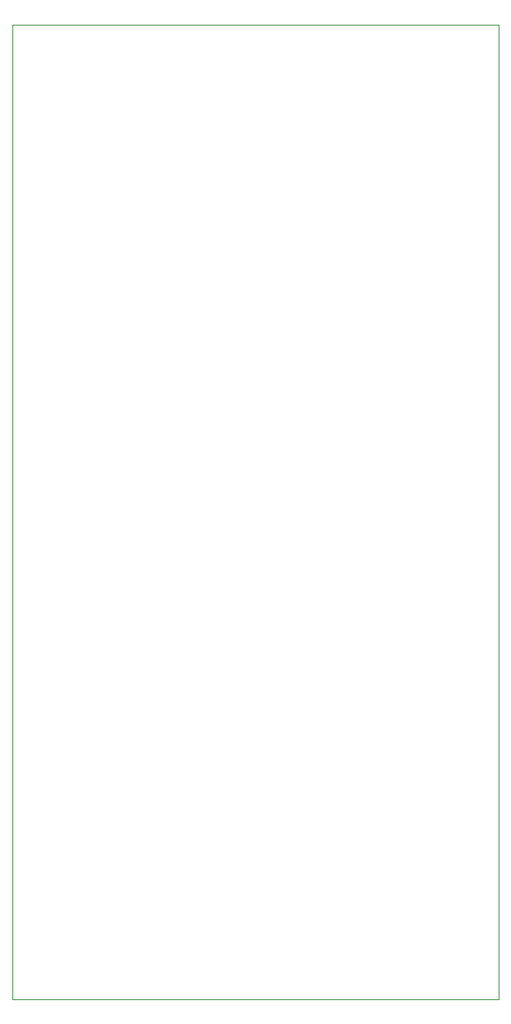
<source format=gm1>
G04 #@! TF.GenerationSoftware,KiCad,Pcbnew,7.0.7*
G04 #@! TF.CreationDate,2023-10-26T11:16:57-04:00*
G04 #@! TF.ProjectId,sensor_node,73656e73-6f72-45f6-9e6f-64652e6b6963,rev?*
G04 #@! TF.SameCoordinates,Original*
G04 #@! TF.FileFunction,Profile,NP*
%FSLAX46Y46*%
G04 Gerber Fmt 4.6, Leading zero omitted, Abs format (unit mm)*
G04 Created by KiCad (PCBNEW 7.0.7) date 2023-10-26 11:16:57*
%MOMM*%
%LPD*%
G01*
G04 APERTURE LIST*
G04 #@! TA.AperFunction,Profile*
%ADD10C,0.100000*%
G04 #@! TD*
G04 APERTURE END LIST*
D10*
X90482000Y-54426000D02*
X140400000Y-54426000D01*
X140400000Y-154500000D01*
X90482000Y-154500000D01*
X90482000Y-54426000D01*
M02*

</source>
